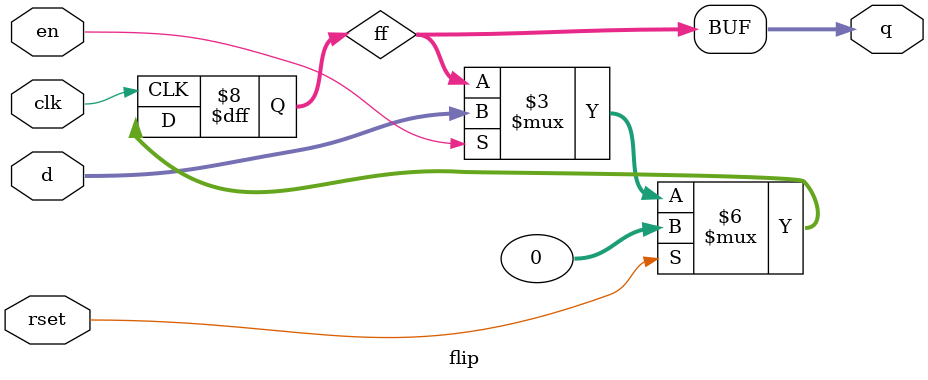
<source format=sv>
module flip(
  input logic [31:0] d,
  input logic en,
  input logic clk,
  input logic rset,
  output logic [31:0] q);
  logic  [31:0] ff;
  
 always_ff @(posedge clk) begin
	if (rset) begin
		ff<=0;
    end
	else if(en) begin
  		ff<=d;
    end
   else begin 
     ff<=q;
   end
  end

      assign q=ff;
endmodule
      
      
      
      
      
      
      
      


</source>
